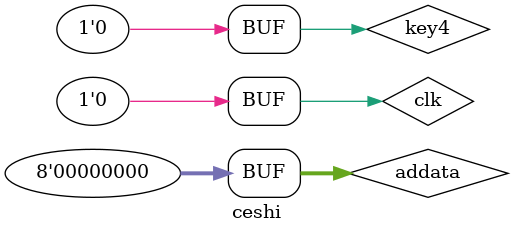
<source format=v>
`timescale 1ns / 1ps


module ceshi;

	// Inputs
	reg clk;
	reg key4;
	reg [7:0] addata;

	// Outputs
	wire daclk;
	wire [7:0] dadata;
	wire adclk;

	// Instantiate the Unit Under Test (UUT)
	adda_test uut (
		.clk(clk), 
		.key4(key4), 
		.daclk(daclk), 
		.dadata(dadata), 
		.adclk(adclk), 
		.addata(addata)
	);

	initial begin
		// Initialize Inputs
		clk = 0;
		key4 = 0;
		addata = 0;

		// Wait 100 ns for global reset to finish
		#100;
      #2000000; 
			key4=1;
		#2000000;
			key4=2;
		#2000000; 
			key4=3;
		#2000000; 
			key4=4;
			
		// Add stimulus here

	end
      
endmodule


</source>
